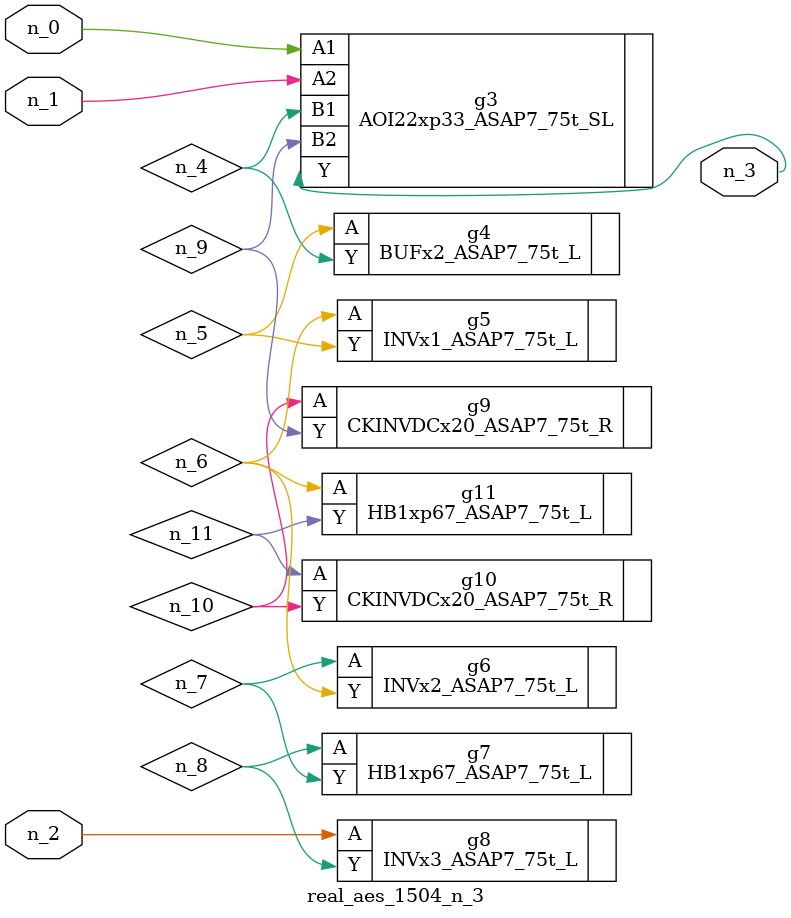
<source format=v>
module real_aes_1504_n_3 (n_0, n_2, n_1, n_3);
input n_0;
input n_2;
input n_1;
output n_3;
wire n_4;
wire n_5;
wire n_7;
wire n_9;
wire n_6;
wire n_8;
wire n_10;
wire n_11;
AOI22xp33_ASAP7_75t_SL g3 ( .A1(n_0), .A2(n_1), .B1(n_4), .B2(n_9), .Y(n_3) );
INVx3_ASAP7_75t_L g8 ( .A(n_2), .Y(n_8) );
BUFx2_ASAP7_75t_L g4 ( .A(n_5), .Y(n_4) );
INVx1_ASAP7_75t_L g5 ( .A(n_6), .Y(n_5) );
HB1xp67_ASAP7_75t_L g11 ( .A(n_6), .Y(n_11) );
INVx2_ASAP7_75t_L g6 ( .A(n_7), .Y(n_6) );
HB1xp67_ASAP7_75t_L g7 ( .A(n_8), .Y(n_7) );
CKINVDCx20_ASAP7_75t_R g9 ( .A(n_10), .Y(n_9) );
CKINVDCx20_ASAP7_75t_R g10 ( .A(n_11), .Y(n_10) );
endmodule
</source>
